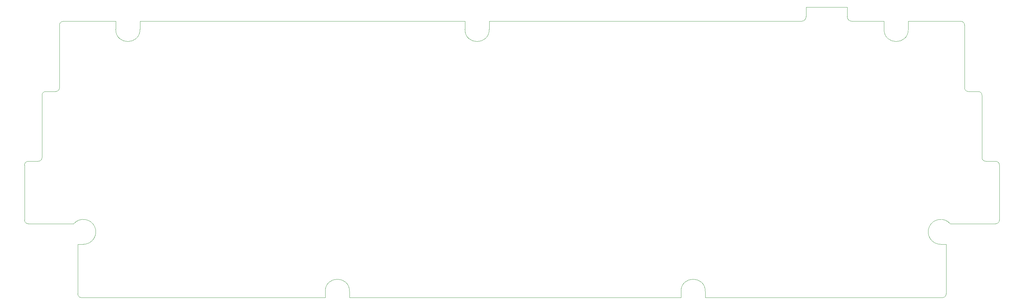
<source format=gbr>
G04 #@! TF.GenerationSoftware,KiCad,Pcbnew,5.1.9*
G04 #@! TF.CreationDate,2021-01-26T11:46:09+01:00*
G04 #@! TF.ProjectId,Shoto,53686f74-6f2e-46b6-9963-61645f706362,rev?*
G04 #@! TF.SameCoordinates,PX4931cb0PY51c70f0*
G04 #@! TF.FileFunction,Paste,Bot*
G04 #@! TF.FilePolarity,Positive*
%FSLAX46Y46*%
G04 Gerber Fmt 4.6, Leading zero omitted, Abs format (unit mm)*
G04 Created by KiCad (PCBNEW 5.1.9) date 2021-01-26 11:46:09*
%MOMM*%
%LPD*%
G01*
G04 APERTURE LIST*
G04 #@! TA.AperFunction,Profile*
%ADD10C,0.050000*%
G04 #@! TD*
G04 APERTURE END LIST*
D10*
X116948000Y2331800D02*
X116948000Y130000D01*
X123552000Y2331800D02*
X123552000Y130000D01*
X11634201Y-58342000D02*
X13134200Y-58342000D01*
X10547287Y-52735673D02*
G75*
G02*
X13134200Y-58342000I2586913J-2206327D01*
G01*
X247859199Y-58342000D02*
X246359200Y-58342000D01*
X248951233Y-52741690D02*
G75*
G03*
X246359200Y-58342000I-2592033J-2200310D01*
G01*
X261327200Y-35748000D02*
X258609200Y-35748000D01*
X257593200Y-34732000D02*
G75*
G03*
X258609200Y-35748000I1016000J0D01*
G01*
X-1856800Y-35749160D02*
X890800Y-35749160D01*
X890800Y-35749160D02*
G75*
G03*
X1906800Y-34733160I0J1016000D01*
G01*
X123552000Y2331800D02*
X208486000Y2334000D01*
X28552000Y2331800D02*
X116948000Y2331800D01*
X7673200Y2331800D02*
X21948000Y2331800D01*
X6656800Y-15742000D02*
X6657200Y1315800D01*
X1906800Y-34733160D02*
X1906800Y-17774000D01*
X-2872800Y-51738536D02*
X-2872800Y-36765160D01*
X10547287Y-52735673D02*
X-1872800Y-52738536D01*
X11629800Y-71827200D02*
X11634201Y-58342000D01*
X78946000Y-72831800D02*
X12645800Y-72843200D01*
X175720000Y-72831800D02*
X85550000Y-72831800D01*
X246843200Y-72843200D02*
X182324000Y-72831800D01*
X247859199Y-58342000D02*
X247859200Y-71827200D01*
X261327200Y-52738536D02*
X248951233Y-52741690D01*
X262331666Y-36764000D02*
X262343200Y-51722536D01*
X257593200Y-17774400D02*
X257593200Y-34732000D01*
X252843200Y1318000D02*
X252843200Y-15742400D01*
X237552000Y2334000D02*
X251827200Y2334000D01*
X222202000Y2334000D02*
X230948000Y2334000D01*
X7673200Y2331800D02*
G75*
G03*
X6657200Y1315800I0J-1016000D01*
G01*
X5640800Y-16758000D02*
G75*
G03*
X6656800Y-15742000I0J1016000D01*
G01*
X2922800Y-16758000D02*
G75*
G03*
X1906800Y-17774000I0J-1016000D01*
G01*
X-1856800Y-35749160D02*
G75*
G03*
X-2872800Y-36765160I0J-1016000D01*
G01*
X-2872800Y-51738536D02*
G75*
G03*
X-1872800Y-52738536I1000000J0D01*
G01*
X11629800Y-71827200D02*
G75*
G03*
X12645800Y-72843200I1016000J0D01*
G01*
X246843200Y-72843200D02*
G75*
G03*
X247859200Y-71827200I0J1016000D01*
G01*
X261327200Y-52738536D02*
G75*
G03*
X262343200Y-51722536I0J1016000D01*
G01*
X262331666Y-36764000D02*
G75*
G03*
X261327200Y-35748000I-1016066J0D01*
G01*
X253859200Y-16758400D02*
X256577200Y-16758400D01*
X257593200Y-17774400D02*
G75*
G03*
X256577200Y-16758400I-1016000J0D01*
G01*
X252843200Y-15742400D02*
G75*
G03*
X253859200Y-16758400I1016000J0D01*
G01*
X252843200Y1318000D02*
G75*
G03*
X251827200Y2334000I-1016000J0D01*
G01*
X5640800Y-16758000D02*
X2922800Y-16758000D01*
X182324000Y-71130000D02*
X182324000Y-72831800D01*
X175720000Y-71130000D02*
X175720000Y-72831800D01*
X85550000Y-71130000D02*
X85550000Y-72831800D01*
X78946000Y-71130000D02*
X78946000Y-72831800D01*
X21948000Y130000D02*
X21948000Y2331800D01*
X28552000Y130000D02*
X28552000Y2331800D01*
X116948000Y130000D02*
G75*
G03*
X123552000Y130000I3302000J0D01*
G01*
X21948000Y130000D02*
G75*
G03*
X28552000Y130000I3302000J0D01*
G01*
X182324000Y-71130000D02*
G75*
G03*
X175720000Y-71130000I-3302000J0D01*
G01*
X85550000Y-71130000D02*
G75*
G03*
X78946000Y-71130000I-3302000J0D01*
G01*
X230948000Y130000D02*
X230948000Y2334000D01*
X237552000Y130000D02*
X237552000Y2334000D01*
X230948000Y130000D02*
G75*
G03*
X237552000Y130000I3302000J0D01*
G01*
X209756000Y6144000D02*
X209756000Y3604000D01*
X220932000Y6144000D02*
X209756000Y6144000D01*
X220932000Y3604000D02*
X220932000Y6144000D01*
X208486000Y2334000D02*
G75*
G03*
X209756000Y3604000I0J1270000D01*
G01*
X220932000Y3604000D02*
G75*
G03*
X222202000Y2334000I1270000J0D01*
G01*
M02*

</source>
